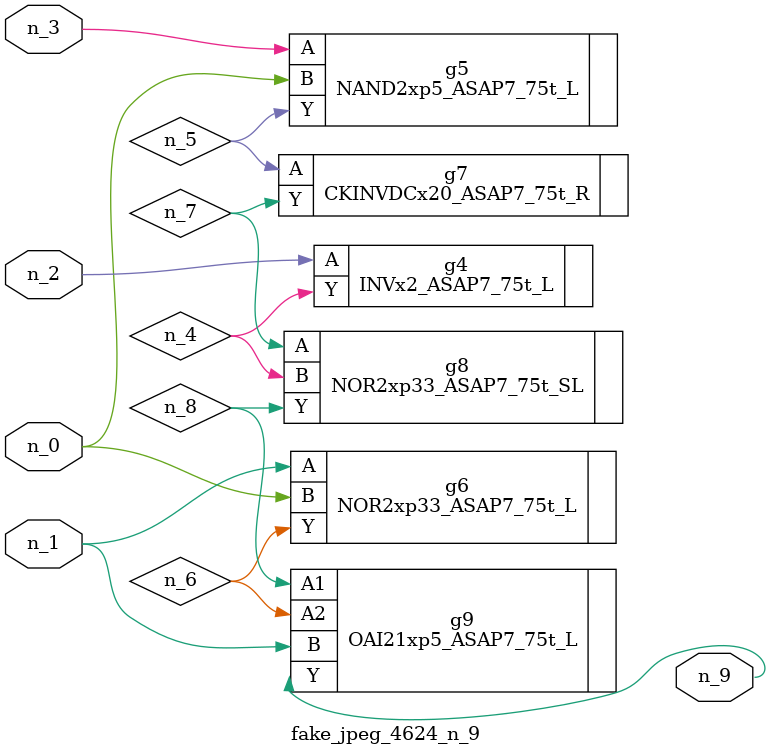
<source format=v>
module fake_jpeg_4624_n_9 (n_0, n_3, n_2, n_1, n_9);

input n_0;
input n_3;
input n_2;
input n_1;

output n_9;

wire n_4;
wire n_8;
wire n_6;
wire n_5;
wire n_7;

INVx2_ASAP7_75t_L g4 ( 
.A(n_2),
.Y(n_4)
);

NAND2xp5_ASAP7_75t_L g5 ( 
.A(n_3),
.B(n_0),
.Y(n_5)
);

NOR2xp33_ASAP7_75t_L g6 ( 
.A(n_1),
.B(n_0),
.Y(n_6)
);

CKINVDCx20_ASAP7_75t_R g7 ( 
.A(n_5),
.Y(n_7)
);

NOR2xp33_ASAP7_75t_SL g8 ( 
.A(n_7),
.B(n_4),
.Y(n_8)
);

OAI21xp5_ASAP7_75t_L g9 ( 
.A1(n_8),
.A2(n_6),
.B(n_1),
.Y(n_9)
);


endmodule
</source>
